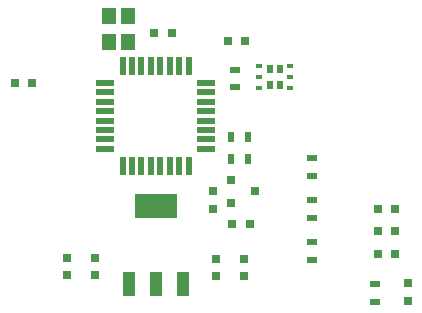
<source format=gtp>
G04 #@! TF.FileFunction,Paste,Top*
%FSLAX46Y46*%
G04 Gerber Fmt 4.6, Leading zero omitted, Abs format (unit mm)*
G04 Created by KiCad (PCBNEW (2015-05-28 BZR 5690)-product) date Thursday, June 25, 2015 'AMt' 09:08:00 AM*
%MOMM*%
G01*
G04 APERTURE LIST*
%ADD10C,0.100000*%
%ADD11R,0.750000X0.800000*%
%ADD12R,0.800000X0.750000*%
%ADD13R,0.797560X0.797560*%
%ADD14R,0.550000X1.600000*%
%ADD15R,1.600000X0.550000*%
%ADD16R,0.900000X0.500000*%
%ADD17R,0.500000X0.900000*%
%ADD18R,0.800100X0.800100*%
%ADD19R,0.630000X0.450000*%
%ADD20R,0.510000X0.780000*%
%ADD21R,3.657600X2.032000*%
%ADD22R,1.016000X2.032000*%
%ADD23R,1.200000X1.400000*%
G04 APERTURE END LIST*
D10*
D11*
X155956000Y-108369800D03*
X155956000Y-106869800D03*
D12*
X134505000Y-85725000D03*
X136005000Y-85725000D03*
D11*
X139446000Y-99072000D03*
X139446000Y-100572000D03*
D12*
X124194000Y-89916000D03*
X122694000Y-89916000D03*
X141109000Y-101879400D03*
X142609000Y-101879400D03*
X140728000Y-86360000D03*
X142228000Y-86360000D03*
D11*
X142087600Y-106287000D03*
X142087600Y-104787000D03*
X139700000Y-106287000D03*
X139700000Y-104787000D03*
X129463800Y-104710800D03*
X129463800Y-106210800D03*
X127076200Y-104710800D03*
X127076200Y-106210800D03*
D13*
X153428700Y-102489000D03*
X154927300Y-102489000D03*
X153428700Y-100558600D03*
X154927300Y-100558600D03*
D14*
X137420000Y-88460000D03*
X136620000Y-88460000D03*
X135820000Y-88460000D03*
X135020000Y-88460000D03*
X134220000Y-88460000D03*
X133420000Y-88460000D03*
X132620000Y-88460000D03*
X131820000Y-88460000D03*
D15*
X130370000Y-89910000D03*
X130370000Y-90710000D03*
X130370000Y-91510000D03*
X130370000Y-92310000D03*
X130370000Y-93110000D03*
X130370000Y-93910000D03*
X130370000Y-94710000D03*
X130370000Y-95510000D03*
D14*
X131820000Y-96960000D03*
X132620000Y-96960000D03*
X133420000Y-96960000D03*
X134220000Y-96960000D03*
X135020000Y-96960000D03*
X135820000Y-96960000D03*
X136620000Y-96960000D03*
X137420000Y-96960000D03*
D15*
X138870000Y-95510000D03*
X138870000Y-94710000D03*
X138870000Y-93910000D03*
X138870000Y-93110000D03*
X138870000Y-92310000D03*
X138870000Y-91510000D03*
X138870000Y-90710000D03*
X138870000Y-89910000D03*
D16*
X147828000Y-104890000D03*
X147828000Y-103390000D03*
X147828000Y-101334000D03*
X147828000Y-99834000D03*
X147828000Y-97778000D03*
X147828000Y-96278000D03*
X153162000Y-108446000D03*
X153162000Y-106946000D03*
D17*
X142482000Y-96342200D03*
X140982000Y-96342200D03*
D16*
X141351000Y-90285000D03*
X141351000Y-88785000D03*
D17*
X142482000Y-94513400D03*
X140982000Y-94513400D03*
D18*
X141036040Y-98160800D03*
X141036040Y-100060800D03*
X143035020Y-99110800D03*
D19*
X146037000Y-90373000D03*
X146037000Y-89423000D03*
X146037000Y-88473000D03*
X143357000Y-88473000D03*
X143357000Y-89423000D03*
X143357000Y-90373000D03*
D20*
X144272000Y-88773000D03*
X144272000Y-90073000D03*
X145122000Y-88773000D03*
X145122000Y-90073000D03*
D21*
X134620000Y-100330000D03*
D22*
X134620000Y-106934000D03*
X136906000Y-106934000D03*
X132334000Y-106934000D03*
D23*
X132245000Y-86444000D03*
X132245000Y-84244000D03*
X130645000Y-86444000D03*
X130645000Y-84244000D03*
D13*
X153428700Y-104394000D03*
X154927300Y-104394000D03*
M02*

</source>
